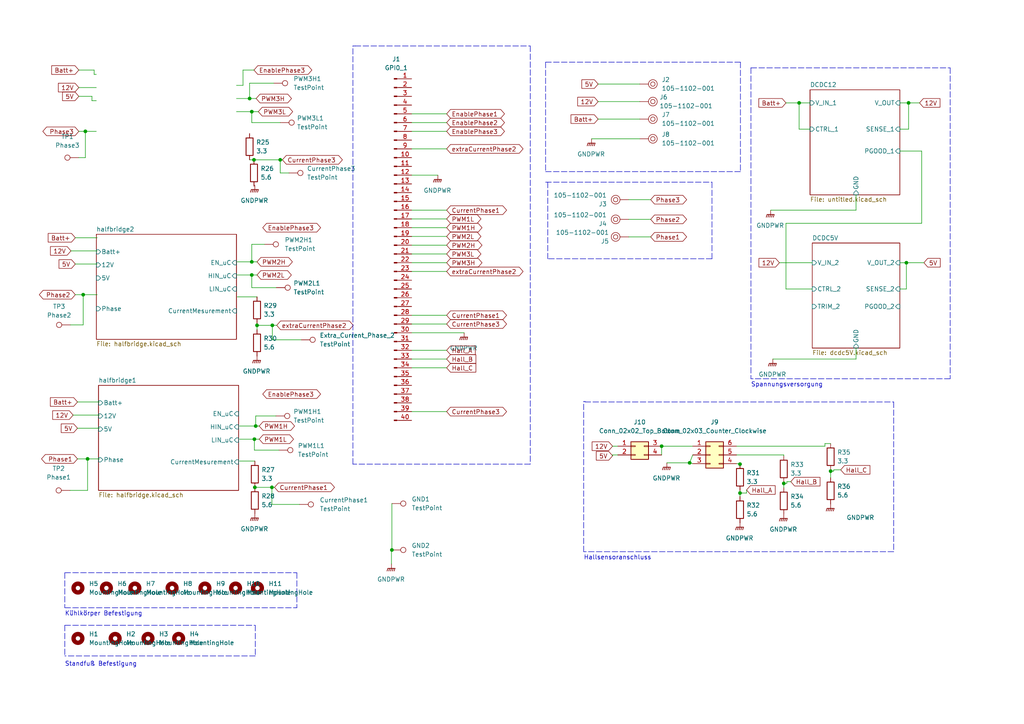
<source format=kicad_sch>
(kicad_sch (version 20211123) (generator eeschema)
  (paper "A4")
  (lib_symbols
    (symbol "Connector:Conn_01x40_Male" (pin_names (offset 1.016) hide)
      (property "Reference" "J" (at 0 50.8 0))
      (property "Value" "Conn_01x40_Male" (at 0 -53.34 0))
      (symbol "Conn_01x40_Male_1_1"
        (pin passive line (at 5.08 48.26 180) (length 3.81) (name "Pin_1") (number "1"))
        (pin passive line (at 5.08 25.4 180) (length 3.81) (name "Pin_10") (number "10"))
        (pin passive line (at 5.08 22.86 180) (length 3.81) (name "Pin_11") (number "11"))
        (pin passive line (at 5.08 20.32 180) (length 3.81) (name "Pin_12") (number "12"))
        (pin passive line (at 5.08 17.78 180) (length 3.81) (name "Pin_13") (number "13"))
        (pin passive line (at 5.08 15.24 180) (length 3.81) (name "Pin_14") (number "14"))
        (pin passive line (at 5.08 12.7 180) (length 3.81) (name "Pin_15") (number "15"))
        (pin passive line (at 5.08 10.16 180) (length 3.81) (name "Pin_16") (number "16"))
        (pin passive line (at 5.08 7.62 180) (length 3.81) (name "Pin_17") (number "17"))
        (pin passive line (at 5.08 5.08 180) (length 3.81) (name "Pin_18") (number "18"))
        (pin passive line (at 5.08 2.54 180) (length 3.81) (name "Pin_19") (number "19"))
        (pin passive line (at 5.08 45.72 180) (length 3.81) (name "Pin_2") (number "2"))
        (pin passive line (at 5.08 0 180) (length 3.81) (name "Pin_20") (number "20"))
        (pin passive line (at 5.08 -2.54 180) (length 3.81) (name "Pin_21") (number "21"))
        (pin passive line (at 5.08 -5.08 180) (length 3.81) (name "Pin_22") (number "22"))
        (pin passive line (at 5.08 -7.62 180) (length 3.81) (name "Pin_23") (number "23"))
        (pin passive line (at 5.08 -10.16 180) (length 3.81) (name "Pin_24") (number "24"))
        (pin passive line (at 5.08 -12.7 180) (length 3.81) (name "Pin_25") (number "25"))
        (pin passive line (at 5.08 -15.24 180) (length 3.81) (name "Pin_26") (number "26"))
        (pin passive line (at 5.08 -17.78 180) (length 3.81) (name "Pin_27") (number "27"))
        (pin passive line (at 5.08 -20.32 180) (length 3.81) (name "Pin_28") (number "28"))
        (pin passive line (at 5.08 -22.86 180) (length 3.81) (name "Pin_29") (number "29"))
        (pin passive line (at 5.08 43.18 180) (length 3.81) (name "Pin_3") (number "3"))
        (pin passive line (at 5.08 -25.4 180) (length 3.81) (name "Pin_30") (number "30"))
        (pin passive line (at 5.08 -27.94 180) (length 3.81) (name "Pin_31") (number "31"))
        (pin passive line (at 5.08 -30.48 180) (length 3.81) (name "Pin_32") (number "32"))
        (pin passive line (at 5.08 -33.02 180) (length 3.81) (name "Pin_33") (number "33"))
        (pin passive line (at 5.08 -35.56 180) (length 3.81) (name "Pin_34") (number "34"))
        (pin passive line (at 5.08 -38.1 180) (length 3.81) (name "Pin_35") (number "35"))
        (pin passive line (at 5.08 -40.64 180) (length 3.81) (name "Pin_36") (number "36"))
        (pin passive line (at 5.08 -43.18 180) (length 3.81) (name "Pin_37") (number "37"))
        (pin passive line (at 5.08 -45.72 180) (length 3.81) (name "Pin_38") (number "38"))
        (pin passive line (at 5.08 -48.26 180) (length 3.81) (name "Pin_39") (number "39"))
        (pin passive line (at 5.08 40.64 180) (length 3.81) (name "Pin_4") (number "4"))
        (pin passive line (at 5.08 -50.8 180) (length 3.81) (name "Pin_40") (number "40"))
        (pin passive line (at 5.08 38.1 180) (length 3.81) (name "Pin_5") (number "5"))
        (pin passive line (at 5.08 35.56 180) (length 3.81) (name "Pin_6") (number "6"))
        (pin passive line (at 5.08 33.02 180) (length 3.81) (name "Pin_7") (number "7"))
        (pin passive line (at 5.08 30.48 180) (length 3.81) (name "Pin_8") (number "8"))
        (pin passive line (at 5.08 27.94 180) (length 3.81) (name "Pin_9") (number "9"))
      )
    )
    (symbol "Connector:TestPoint" (pin_numbers hide) (pin_names (offset 0.762) hide)
      (property "Reference" "TP" (at 0 6.858 0))
      (property "Value" "TestPoint" (at 0 5.08 0))
      (symbol "TestPoint_1_1"
        (pin passive line (at 0 0 90) (length 2.54) (name "1") (number "1"))
      )
    )
    (symbol "Connector_Generic:Conn_02x02_Top_Bottom" (pin_names (offset 1.016) hide)
      (property "Reference" "J" (at 1.27 2.54 0))
      (property "Value" "Conn_02x02_Top_Bottom" (at 1.27 -5.08 0))
      (symbol "Conn_02x02_Top_Bottom_1_1"
        (pin passive line (at -5.08 0 0) (length 3.81) (name "Pin_1") (number "1"))
        (pin passive line (at -5.08 -2.54 0) (length 3.81) (name "Pin_2") (number "2"))
        (pin passive line (at 7.62 0 180) (length 3.81) (name "Pin_3") (number "3"))
        (pin passive line (at 7.62 -2.54 180) (length 3.81) (name "Pin_4") (number "4"))
      )
    )
    (symbol "Connector_Generic:Conn_02x03_Counter_Clockwise" (pin_names (offset 1.016) hide)
      (property "Reference" "J" (at 1.27 5.08 0))
      (property "Value" "Conn_02x03_Counter_Clockwise" (at 1.27 -5.08 0))
      (symbol "Conn_02x03_Counter_Clockwise_1_1"
        (pin passive line (at -5.08 2.54 0) (length 3.81) (name "Pin_1") (number "1"))
        (pin passive line (at -5.08 0 0) (length 3.81) (name "Pin_2") (number "2"))
        (pin passive line (at -5.08 -2.54 0) (length 3.81) (name "Pin_3") (number "3"))
        (pin passive line (at 7.62 -2.54 180) (length 3.81) (name "Pin_4") (number "4"))
        (pin passive line (at 7.62 0 180) (length 3.81) (name "Pin_5") (number "5"))
        (pin passive line (at 7.62 2.54 180) (length 3.81) (name "Pin_6") (number "6"))
      )
    )
    (symbol "Device:R" (pin_numbers hide) (pin_names (offset 0))
      (property "Reference" "R" (at 2.032 0 90))
      (property "Value" "R" (at 0 0 90))
      (symbol "R_1_1"
        (pin passive line (at 0 3.81 270) (length 1.27) (name "~") (number "1"))
        (pin passive line (at 0 -3.81 90) (length 1.27) (name "~") (number "2"))
      )
    )
    (symbol "Mechanical:MountingHole" (pin_names (offset 1.016))
      (property "Reference" "H" (at 0 5.08 0))
      (property "Value" "MountingHole" (at 0 3.175 0))
    )
    (symbol "dk_Banana-and-Tip-Connectors-Jacks-Plugs:105-1102-001" (pin_numbers hide) (pin_names (offset 1.016) hide)
      (property "Reference" "J" (at -1.27 1.27 0))
      (property "Value" "105-1102-001" (at 1.27 -2.54 0))
      (symbol "105-1102-001_1_1"
        (pin passive line (at 0 -3.81 90) (length 2.54) (name "~") (number "1"))
      )
    )
    (symbol "power:GNDPWR" (power) (pin_names (offset 0))
      (property "Value" "GNDPWR" (at 0 -3.302 0))
      (symbol "GNDPWR_1_1"
        (pin power_in line (at 0 0 270) (length 0) hide (name "GNDPWR") (number "1"))
      )
    )
  )
  (junction (at 214.63 143.002))
  (junction (at 74.549 94.361))
  (junction (at 73.025 32.385))
  (junction (at 262.89 76.2))
  (junction (at 78.867 141.351))
  (junction (at 78.994 94.361))
  (junction (at 73.787 127.381))
  (junction (at 200.025 134.239))
  (junction (at 73.914 141.351))
  (junction (at 72.39 28.575))
  (junction (at 73.025 75.946))
  (junction (at 191.897 129.413))
  (junction (at 113.665 159.512))
  (junction (at 24.13 85.471))
  (junction (at 214.63 134.62))
  (junction (at 74.168 123.571))
  (junction (at 231.775 29.845))
  (junction (at 240.919 136.652))
  (junction (at 263.525 29.845))
  (junction (at 73.025 79.756))
  (junction (at 81.28 46.355))
  (junction (at 73.66 46.355))
  (junction (at 25.4 133.096))
  (junction (at 227.33 140.208))
  (junction (at 24.765 38.1))
  (wire (pts (xy 119.38 66.04) (xy 129.54 66.04)))
  (polyline (pts (xy 158.877 52.832) (xy 158.877 75.057)))
  (polyline (pts (xy 259.207 160.02) (xy 169.291 160.02)))
  (wire (pts (xy 22.86 38.1) (xy 24.765 38.1)))
  (wire (pts (xy 69.469 127.381) (xy 73.787 127.381)))
  (wire (pts (xy 78.867 141.351) (xy 78.867 146.304)))
  (wire (pts (xy 81.28 46.355) (xy 81.915 46.355)))
  (wire (pts (xy 226.06 76.2) (xy 235.585 76.2)))
  (wire (pts (xy 68.834 75.946) (xy 73.025 75.946)))
  (polyline (pts (xy 217.805 19.685) (xy 275.59 19.685)))
  (wire (pts (xy 73.025 32.385) (xy 74.93 32.385)))
  (wire (pts (xy 73.025 75.946) (xy 74.549 75.946)))
  (polyline (pts (xy 206.502 75.057) (xy 158.877 75.057)))
  (wire (pts (xy 73.914 141.351) (xy 78.867 141.351)))
  (wire (pts (xy 78.994 98.552) (xy 87.376 98.552)))
  (polyline (pts (xy 217.805 19.685) (xy 217.805 109.855)))
  (polyline (pts (xy 74.041 181.356) (xy 74.041 190.246)))
  (polyline (pts (xy 86.106 166.116) (xy 86.106 176.276)))
  (wire (pts (xy 21.844 76.581) (xy 28.194 76.581)))
  (polyline (pts (xy 259.207 116.586) (xy 259.207 160.02)))
  (polyline (pts (xy 18.796 181.356) (xy 18.796 190.246)))
  (wire (pts (xy 119.38 104.14) (xy 129.54 104.14)))
  (wire (pts (xy 119.38 78.74) (xy 129.54 78.74)))
  (wire (pts (xy 22.86 25.4) (xy 27.94 25.4)))
  (wire (pts (xy 22.479 116.586) (xy 28.829 116.586)))
  (wire (pts (xy 74.549 94.361) (xy 74.549 95.631)))
  (wire (pts (xy 216.535 142.113) (xy 216.535 143.002)))
  (wire (pts (xy 78.867 146.304) (xy 86.868 146.304)))
  (wire (pts (xy 119.38 68.58) (xy 129.54 68.58)))
  (wire (pts (xy 69.469 123.571) (xy 74.168 123.571)))
  (polyline (pts (xy 158.242 18.034) (xy 214.757 18.034)))
  (polyline (pts (xy 102.362 134.62) (xy 102.362 13.335)))
  (wire (pts (xy 113.538 159.512) (xy 113.665 159.512)))
  (wire (pts (xy 227.33 140.208) (xy 227.33 141.478)))
  (wire (pts (xy 213.614 134.493) (xy 214.63 134.493)))
  (wire (pts (xy 80.137 83.439) (xy 73.025 83.439)))
  (wire (pts (xy 78.867 141.351) (xy 79.629 141.351)))
  (wire (pts (xy 73.025 75.946) (xy 73.025 70.866)))
  (wire (pts (xy 21.844 85.471) (xy 24.13 85.471)))
  (polyline (pts (xy 214.757 49.784) (xy 158.242 49.784)))
  (wire (pts (xy 70.485 20.32) (xy 73.66 20.32)))
  (wire (pts (xy 260.985 37.465) (xy 263.525 37.465)))
  (wire (pts (xy 119.38 91.44) (xy 129.54 91.44)))
  (wire (pts (xy 214.63 134.493) (xy 214.63 134.62)))
  (wire (pts (xy 182.372 57.912) (xy 188.722 57.912)))
  (polyline (pts (xy 275.59 109.855) (xy 217.805 109.855)))
  (wire (pts (xy 179.197 131.953) (xy 177.673 131.953)))
  (wire (pts (xy 20.32 142.24) (xy 25.4 142.24)))
  (wire (pts (xy 22.86 27.94) (xy 26.67 27.94)))
  (polyline (pts (xy 169.291 160.02) (xy 169.291 116.459)))
  (wire (pts (xy 200.914 131.953) (xy 200.025 134.239)))
  (wire (pts (xy 191.897 129.413) (xy 200.914 129.413)))
  (wire (pts (xy 119.38 76.2) (xy 129.54 76.2)))
  (wire (pts (xy 213.614 129.413) (xy 239.268 129.413)))
  (polyline (pts (xy 158.242 52.832) (xy 206.502 52.832)))
  (wire (pts (xy 224.155 104.14) (xy 248.285 104.14)))
  (wire (pts (xy 83.82 50.165) (xy 81.28 50.165)))
  (wire (pts (xy 113.665 146.05) (xy 113.665 159.512)))
  (polyline (pts (xy 18.796 166.116) (xy 86.106 166.116)))
  (wire (pts (xy 78.994 94.361) (xy 78.994 98.552)))
  (wire (pts (xy 73.025 79.756) (xy 74.549 79.756)))
  (wire (pts (xy 26.67 27.94) (xy 26.67 29.21)))
  (wire (pts (xy 27.305 20.32) (xy 27.305 21.59)))
  (wire (pts (xy 213.614 131.953) (xy 227.33 131.953)))
  (wire (pts (xy 25.4 142.24) (xy 25.4 133.096)))
  (wire (pts (xy 68.834 79.756) (xy 73.025 79.756)))
  (wire (pts (xy 191.897 129.413) (xy 191.897 131.953)))
  (wire (pts (xy 80.899 130.556) (xy 73.787 130.556)))
  (polyline (pts (xy 18.796 166.116) (xy 18.796 176.276)))
  (wire (pts (xy 25.4 133.096) (xy 28.829 133.096)))
  (wire (pts (xy 74.168 123.571) (xy 74.168 120.65)))
  (wire (pts (xy 227.33 139.827) (xy 227.33 140.208)))
  (wire (pts (xy 260.985 76.2) (xy 262.89 76.2)))
  (wire (pts (xy 119.38 35.56) (xy 129.54 35.56)))
  (wire (pts (xy 263.525 29.845) (xy 266.7 29.845)))
  (wire (pts (xy 119.38 119.38) (xy 129.54 119.38)))
  (wire (pts (xy 119.38 101.6) (xy 129.54 101.6)))
  (polyline (pts (xy 74.041 190.246) (xy 18.796 190.246)))
  (polyline (pts (xy 169.672 116.586) (xy 259.207 116.586)))
  (wire (pts (xy 240.919 136.271) (xy 240.919 136.652)))
  (wire (pts (xy 239.268 129.413) (xy 239.268 128.651)))
  (wire (pts (xy 119.38 71.12) (xy 129.54 71.12)))
  (wire (pts (xy 119.38 93.98) (xy 129.54 93.98)))
  (wire (pts (xy 227.33 131.953) (xy 227.33 132.207)))
  (wire (pts (xy 119.38 63.5) (xy 129.54 63.5)))
  (wire (pts (xy 68.58 24.765) (xy 70.485 24.765)))
  (wire (pts (xy 200.025 134.239) (xy 200.914 134.493)))
  (wire (pts (xy 81.28 35.56) (xy 73.025 35.56)))
  (wire (pts (xy 239.268 128.651) (xy 240.919 128.651)))
  (wire (pts (xy 68.58 32.385) (xy 73.025 32.385)))
  (wire (pts (xy 22.86 20.32) (xy 27.305 20.32)))
  (wire (pts (xy 241.808 136.271) (xy 241.808 136.652)))
  (wire (pts (xy 234.95 37.465) (xy 231.775 37.465)))
  (wire (pts (xy 20.574 72.771) (xy 28.194 72.771)))
  (wire (pts (xy 119.38 50.8) (xy 127 50.8)))
  (polyline (pts (xy 214.757 18.034) (xy 214.757 49.784)))
  (wire (pts (xy 68.834 86.106) (xy 74.549 86.106)))
  (polyline (pts (xy 153.797 13.335) (xy 153.797 134.62)))
  (wire (pts (xy 173.482 24.384) (xy 185.547 24.384)))
  (wire (pts (xy 119.38 106.68) (xy 129.54 106.68)))
  (polyline (pts (xy 275.59 19.685) (xy 275.59 109.855)))
  (wire (pts (xy 70.485 24.765) (xy 70.485 20.32)))
  (wire (pts (xy 74.549 94.361) (xy 78.994 94.361)))
  (polyline (pts (xy 169.291 116.459) (xy 169.799 116.459)))
  (wire (pts (xy 113.538 163.576) (xy 113.538 159.512)))
  (wire (pts (xy 119.38 60.96) (xy 129.54 60.96)))
  (polyline (pts (xy 206.502 52.832) (xy 206.502 75.057)))
  (wire (pts (xy 22.479 124.206) (xy 28.829 124.206)))
  (wire (pts (xy 227.965 64.77) (xy 227.965 83.82)))
  (wire (pts (xy 177.673 129.413) (xy 179.197 129.413)))
  (wire (pts (xy 24.13 94.234) (xy 24.13 85.471)))
  (wire (pts (xy 260.985 43.815) (xy 267.335 43.815)))
  (wire (pts (xy 21.844 68.961) (xy 28.194 68.961)))
  (wire (pts (xy 78.994 94.361) (xy 80.264 94.361)))
  (wire (pts (xy 182.372 63.627) (xy 188.722 63.627)))
  (wire (pts (xy 229.362 139.7) (xy 228.219 139.7)))
  (wire (pts (xy 231.775 29.845) (xy 234.95 29.845)))
  (wire (pts (xy 267.335 43.815) (xy 267.335 64.77)))
  (wire (pts (xy 231.775 37.465) (xy 231.775 29.845)))
  (wire (pts (xy 81.28 50.165) (xy 81.28 46.355)))
  (wire (pts (xy 260.985 29.845) (xy 263.525 29.845)))
  (wire (pts (xy 27.305 21.59) (xy 27.94 21.59)))
  (wire (pts (xy 20.447 94.234) (xy 24.13 94.234)))
  (wire (pts (xy 73.787 127.381) (xy 75.184 127.381)))
  (wire (pts (xy 228.219 139.7) (xy 228.219 140.208)))
  (wire (pts (xy 262.89 76.2) (xy 267.97 76.2)))
  (wire (pts (xy 72.39 46.355) (xy 73.66 46.355)))
  (polyline (pts (xy 158.242 18.034) (xy 158.242 49.784)))
  (wire (pts (xy 248.285 56.515) (xy 248.285 60.96)))
  (wire (pts (xy 243.84 136.271) (xy 241.808 136.271)))
  (wire (pts (xy 72.39 28.575) (xy 74.295 28.575)))
  (wire (pts (xy 22.479 133.096) (xy 25.4 133.096)))
  (wire (pts (xy 73.787 130.556) (xy 73.787 127.381)))
  (wire (pts (xy 241.808 136.652) (xy 240.919 136.652)))
  (wire (pts (xy 263.525 37.465) (xy 263.525 29.845)))
  (wire (pts (xy 227.965 29.845) (xy 231.775 29.845)))
  (wire (pts (xy 119.38 73.66) (xy 129.54 73.66)))
  (wire (pts (xy 73.66 46.355) (xy 81.28 46.355)))
  (wire (pts (xy 119.38 33.02) (xy 129.54 33.02)))
  (wire (pts (xy 26.67 29.21) (xy 27.94 29.21)))
  (wire (pts (xy 119.38 43.18) (xy 129.54 43.18)))
  (wire (pts (xy 227.965 83.82) (xy 235.585 83.82)))
  (wire (pts (xy 262.89 83.82) (xy 262.89 76.2)))
  (wire (pts (xy 21.209 120.396) (xy 28.829 120.396)))
  (wire (pts (xy 73.025 70.866) (xy 76.708 70.866)))
  (polyline (pts (xy 18.796 181.356) (xy 74.041 181.356)))
  (wire (pts (xy 72.39 24.13) (xy 72.39 28.575)))
  (wire (pts (xy 171.577 40.259) (xy 185.547 40.259)))
  (wire (pts (xy 73.025 35.56) (xy 73.025 32.385)))
  (wire (pts (xy 68.58 28.575) (xy 72.39 28.575)))
  (wire (pts (xy 214.63 143.002) (xy 214.63 144.018)))
  (polyline (pts (xy 102.997 13.335) (xy 153.797 13.335)))
  (wire (pts (xy 193.421 134.239) (xy 200.025 134.239)))
  (wire (pts (xy 223.52 60.96) (xy 248.285 60.96)))
  (wire (pts (xy 228.219 140.208) (xy 227.33 140.208)))
  (wire (pts (xy 119.38 96.52) (xy 134.62 96.52)))
  (wire (pts (xy 24.765 38.1) (xy 27.94 38.1)))
  (wire (pts (xy 182.372 68.707) (xy 188.722 68.707)))
  (wire (pts (xy 216.535 143.002) (xy 214.63 143.002)))
  (polyline (pts (xy 102.362 13.335) (xy 102.997 13.335)))
  (wire (pts (xy 24.765 45.72) (xy 24.765 38.1)))
  (wire (pts (xy 267.335 64.77) (xy 227.965 64.77)))
  (wire (pts (xy 214.63 142.24) (xy 214.63 143.002)))
  (wire (pts (xy 72.39 24.13) (xy 79.375 24.13)))
  (wire (pts (xy 22.86 45.72) (xy 24.765 45.72)))
  (wire (pts (xy 119.38 38.1) (xy 129.54 38.1)))
  (polyline (pts (xy 18.796 176.276) (xy 86.106 176.276)))
  (wire (pts (xy 173.482 29.464) (xy 185.547 29.464)))
  (wire (pts (xy 177.673 131.953) (xy 177.673 132.207)))
  (wire (pts (xy 240.919 136.652) (xy 240.919 138.557)))
  (wire (pts (xy 69.469 133.731) (xy 73.914 133.731)))
  (wire (pts (xy 173.482 34.544) (xy 185.547 34.544)))
  (wire (pts (xy 260.985 83.82) (xy 262.89 83.82)))
  (wire (pts (xy 74.549 93.726) (xy 74.549 94.361)))
  (wire (pts (xy 24.13 85.471) (xy 28.194 85.471)))
  (wire (pts (xy 74.168 123.571) (xy 75.184 123.571)))
  (wire (pts (xy 248.285 100.965) (xy 248.285 104.14)))
  (wire (pts (xy 73.025 83.439) (xy 73.025 79.756)))
  (wire (pts (xy 74.168 120.65) (xy 80.01 120.65)))
  (polyline (pts (xy 153.797 134.62) (xy 102.362 134.62)))
  (text "Kühlkörper Befestigung" (at 18.796 178.816 0) (effects (font (size 1.27 1.27)) (justify left bottom)))
  (text "Spannungsversorgung" (at 217.805 112.395 0) (effects (font (size 1.27 1.27)) (justify left bottom)))
  (text "Standfuß Befestigung" (at 18.796 193.421 0) (effects (font (size 1.27 1.27)) (justify left bottom)))
  (text "Hallsensoranschluss" (at 169.291 162.56 0) (effects (font (size 1.27 1.27)) (justify left bottom)))
  (global_label "EnablePhase2" (shape bidirectional) (at 129.54 35.56 0) (property "Intersheet References" "${INTERSHEET_REFS}" (effects hide)))
  (global_label "PWM3L" (shape bidirectional) (at 129.54 73.66 0) (property "Intersheet References" "${INTERSHEET_REFS}" (effects hide)))
  (global_label "Hall_C" (shape input) (at 243.84 136.271 0) (property "Intersheet References" "${INTERSHEET_REFS}" (effects hide)))
  (global_label "5V" (shape input) (at 173.482 24.384 180) (property "Intersheet References" "${INTERSHEET_REFS}" (effects hide)))
  (global_label "12V" (shape input) (at 173.482 29.464 180) (property "Intersheet References" "${INTERSHEET_REFS}" (effects hide)))
  (global_label "12V" (shape input) (at 21.209 120.396 180) (property "Intersheet References" "${INTERSHEET_REFS}" (effects hide)))
  (global_label "Phase2" (shape bidirectional) (at 188.722 63.627 0) (property "Intersheet References" "${INTERSHEET_REFS}" (effects hide)))
  (global_label "Hall_C" (shape input) (at 129.54 106.68 0) (property "Intersheet References" "${INTERSHEET_REFS}" (effects hide)))
  (global_label "PWM1L" (shape bidirectional) (at 75.184 127.381 0) (property "Intersheet References" "${INTERSHEET_REFS}" (effects hide)))
  (global_label "PWM1H" (shape bidirectional) (at 75.184 123.571 0) (property "Intersheet References" "${INTERSHEET_REFS}" (effects hide)))
  (global_label "CurrentPhase1" (shape bidirectional) (at 129.54 60.96 0) (property "Intersheet References" "${INTERSHEET_REFS}" (effects hide)))
  (global_label "EnablePhase3" (shape bidirectional) (at 76.2 66.04 0) (property "Intersheet References" "${INTERSHEET_REFS}" (effects hide)))
  (global_label "5V" (shape input) (at 22.479 124.206 180) (property "Intersheet References" "${INTERSHEET_REFS}" (effects hide)))
  (global_label "Batt+" (shape input) (at 173.482 34.544 180) (property "Intersheet References" "${INTERSHEET_REFS}" (effects hide)))
  (global_label "5V" (shape input) (at 21.844 76.581 180) (property "Intersheet References" "${INTERSHEET_REFS}" (effects hide)))
  (global_label "EnablePhase3" (shape bidirectional) (at 76.2 114.3 0) (property "Intersheet References" "${INTERSHEET_REFS}" (effects hide)))
  (global_label "extraCurrentPhase2" (shape bidirectional) (at 129.54 43.18 0) (property "Intersheet References" "${INTERSHEET_REFS}" (effects hide)))
  (global_label "12V" (shape input) (at 177.673 129.413 180) (property "Intersheet References" "${INTERSHEET_REFS}" (effects hide)))
  (global_label "Phase2" (shape bidirectional) (at 21.844 85.471 180) (property "Intersheet References" "${INTERSHEET_REFS}" (effects hide)))
  (global_label "CurrentPhase1" (shape bidirectional) (at 79.629 141.351 0) (property "Intersheet References" "${INTERSHEET_REFS}" (effects hide)))
  (global_label "PWM1L" (shape bidirectional) (at 129.54 63.5 0) (property "Intersheet References" "${INTERSHEET_REFS}" (effects hide)))
  (global_label "Hall_B" (shape input) (at 229.362 139.7 0) (property "Intersheet References" "${INTERSHEET_REFS}" (effects hide)))
  (global_label "PWM3H" (shape bidirectional) (at 129.54 76.2 0) (property "Intersheet References" "${INTERSHEET_REFS}" (effects hide)))
  (global_label "Batt+" (shape input) (at 22.479 116.586 180) (property "Intersheet References" "${INTERSHEET_REFS}" (effects hide)))
  (global_label "extraCurrentPhase2" (shape bidirectional) (at 80.264 94.361 0) (property "Intersheet References" "${INTERSHEET_REFS}" (effects hide)))
  (global_label "CurrentPhase1" (shape bidirectional) (at 129.54 91.44 0) (property "Intersheet References" "${INTERSHEET_REFS}" (effects hide)))
  (global_label "CurrentPhase3" (shape bidirectional) (at 81.915 46.355 0) (property "Intersheet References" "${INTERSHEET_REFS}" (effects hide)))
  (global_label "PWM2H" (shape bidirectional) (at 129.54 71.12 0) (property "Intersheet References" "${INTERSHEET_REFS}" (effects hide)))
  (global_label "Phase1" (shape bidirectional) (at 22.479 133.096 180) (property "Intersheet References" "${INTERSHEET_REFS}" (effects hide)))
  (global_label "Phase1" (shape bidirectional) (at 188.722 68.707 0) (property "Intersheet References" "${INTERSHEET_REFS}" (effects hide)))
  (global_label "PWM2L" (shape bidirectional) (at 129.54 68.58 0) (property "Intersheet References" "${INTERSHEET_REFS}" (effects hide)))
  (global_label "EnablePhase3" (shape bidirectional) (at 73.66 20.32 0) (property "Intersheet References" "${INTERSHEET_REFS}" (effects hide)))
  (global_label "5V" (shape input) (at 177.673 132.207 180) (property "Intersheet References" "${INTERSHEET_REFS}" (effects hide)))
  (global_label "EnablePhase3" (shape bidirectional) (at 129.54 38.1 0) (property "Intersheet References" "${INTERSHEET_REFS}" (effects hide)))
  (global_label "PWM2L" (shape bidirectional) (at 74.549 79.756 0) (property "Intersheet References" "${INTERSHEET_REFS}" (effects hide)))
  (global_label "CurrentPhase3" (shape bidirectional) (at 129.54 119.38 0) (property "Intersheet References" "${INTERSHEET_REFS}" (effects hide)))
  (global_label "12V" (shape input) (at 266.7 29.845 0) (property "Intersheet References" "${INTERSHEET_REFS}" (effects hide)))
  (global_label "12V" (shape input) (at 226.06 76.2 180) (property "Intersheet References" "${INTERSHEET_REFS}" (effects hide)))
  (global_label "Hall_A" (shape input) (at 129.54 101.6 0) (property "Intersheet References" "${INTERSHEET_REFS}" (effects hide)))
  (global_label "PWM3H" (shape bidirectional) (at 74.295 28.575 0) (property "Intersheet References" "${INTERSHEET_REFS}" (effects hide)))
  (global_label "Phase3" (shape bidirectional) (at 188.722 57.912 0) (property "Intersheet References" "${INTERSHEET_REFS}" (effects hide)))
  (global_label "PWM1H" (shape bidirectional) (at 129.54 66.04 0) (property "Intersheet References" "${INTERSHEET_REFS}" (effects hide)))
  (global_label "Batt+" (shape input) (at 22.86 20.32 180) (property "Intersheet References" "${INTERSHEET_REFS}" (effects hide)))
  (global_label "Hall_A" (shape input) (at 216.535 142.113 0) (property "Intersheet References" "${INTERSHEET_REFS}" (effects hide)))
  (global_label "CurrentPhase3" (shape bidirectional) (at 129.54 93.98 0) (property "Intersheet References" "${INTERSHEET_REFS}" (effects hide)))
  (global_label "Hall_B" (shape input) (at 129.54 104.14 0) (property "Intersheet References" "${INTERSHEET_REFS}" (effects hide)))
  (global_label "Phase3" (shape bidirectional) (at 22.86 38.1 180) (property "Intersheet References" "${INTERSHEET_REFS}" (effects hide)))
  (global_label "EnablePhase1" (shape bidirectional) (at 129.54 33.02 0) (property "Intersheet References" "${INTERSHEET_REFS}" (effects hide)))
  (global_label "PWM3L" (shape bidirectional) (at 74.93 32.385 0) (property "Intersheet References" "${INTERSHEET_REFS}" (effects hide)))
  (global_label "Batt+" (shape input) (at 227.965 29.845 180) (property "Intersheet References" "${INTERSHEET_REFS}" (effects hide)))
  (global_label "5V" (shape input) (at 22.86 27.94 180) (property "Intersheet References" "${INTERSHEET_REFS}" (effects hide)))
  (global_label "5V" (shape input) (at 267.97 76.2 0) (property "Intersheet References" "${INTERSHEET_REFS}" (effects hide)))
  (global_label "Batt+" (shape input) (at 21.844 68.961 180) (property "Intersheet References" "${INTERSHEET_REFS}" (effects hide)))
  (global_label "extraCurrentPhase2" (shape bidirectional) (at 129.54 78.74 0) (property "Intersheet References" "${INTERSHEET_REFS}" (effects hide)))
  (global_label "12V" (shape input) (at 22.86 25.4 180) (property "Intersheet References" "${INTERSHEET_REFS}" (effects hide)))
  (global_label "12V" (shape input) (at 20.574 72.771 180) (property "Intersheet References" "${INTERSHEET_REFS}" (effects hide)))
  (global_label "PWM2H" (shape bidirectional) (at 74.549 75.946 0) (property "Intersheet References" "${INTERSHEET_REFS}" (effects hide)))
  (symbol (lib_id "power:GNDPWR") (at 224.155 104.14 0) (unit 1)
    (property "Reference" "#PWR0103" (effects hide))
    (property "Value" "GNDPWR" (at 224.028 108.585 0))
  )
  (symbol (lib_id "Mechanical:MountingHole") (at 30.861 170.561 0) (unit 1)
    (property "Reference" "H6" (at 34.036 169.2909 0) (effects (justify left)))
    (property "Value" "MountingHole" (at 34.036 171.8309 0) (effects (justify left)))
    (property "Footprint" "MountingHole:MountingHole_2.2mm_M2_DIN965" (effects hide))
  )
  (symbol (lib_id "Device:R") (at 72.39 42.545 0) (unit 1)
    (property "Reference" "R25" (at 74.295 41.2749 0) (effects (justify left)))
    (property "Value" "3.3" (at 74.295 43.8149 0) (effects (justify left)))
    (property "Footprint" "Resistor_SMD:R_0805_2012Metric_Pad1.20x1.40mm_HandSolder" (effects hide))
    (property "Datasheet" "0.1%" (effects hide))
  )
  (symbol (lib_id "Device:R") (at 74.549 89.916 0) (unit 1)
    (property "Reference" "R29" (at 76.454 88.6459 0) (effects (justify left)))
    (property "Value" "3.3" (at 76.454 91.1859 0) (effects (justify left)))
    (property "Footprint" "Resistor_SMD:R_0805_2012Metric_Pad1.20x1.40mm_HandSolder" (effects hide))
    (property "Datasheet" "0,1%" (effects hide))
  )
  (symbol (lib_id "power:GNDPWR") (at 193.421 134.239 0) (unit 1)
    (property "Reference" "#PWR0113" (effects hide))
    (property "Value" "GNDPWR" (at 193.294 138.684 0))
  )
  (symbol (lib_id "Connector:TestPoint") (at 80.137 83.439 270) (unit 1)
    (property "Reference" "PWM2L1" (at 85.09 82.1689 90) (effects (justify left)))
    (property "Value" "TestPoint" (at 85.09 84.7089 90) (effects (justify left)))
    (property "Footprint" "TestPoint:TestPoint_THTPad_2.0x2.0mm_Drill1.0mm" (effects hide))
  )
  (symbol (lib_id "Mechanical:MountingHole") (at 51.816 185.166 0) (unit 1)
    (property "Reference" "H4" (at 54.991 183.8959 0) (effects (justify left)))
    (property "Value" "MountingHole" (at 54.991 186.4359 0) (effects (justify left)))
    (property "Footprint" "MountingHole:MountingHole_3.2mm_M3_DIN965" (effects hide))
  )
  (symbol (lib_id "Mechanical:MountingHole") (at 33.401 185.166 0) (unit 1)
    (property "Reference" "H2" (at 36.576 183.8959 0) (effects (justify left)))
    (property "Value" "MountingHole" (at 36.576 186.4359 0) (effects (justify left)))
    (property "Footprint" "MountingHole:MountingHole_3.2mm_M3_DIN965" (effects hide))
  )
  (symbol (lib_id "dk_Banana-and-Tip-Connectors-Jacks-Plugs:105-1102-001") (at 189.357 34.544 270) (unit 1)
    (property "Reference" "J7" (at 191.897 33.2739 90) (effects (justify left)))
    (property "Value" "105-1102-001" (at 191.897 35.8139 90) (effects (justify left)))
    (property "Footprint" "TerminalBlock_Wuerth:TerminalBlock_Wuerth_7461086" (effects hide))
    (property "Datasheet" "https://belfuse.com/resources/Johnson/drawings/dr-1051101001.pdf" (effects hide))
    (property "Digi-Key_PN" "J576-ND" (effects hide))
    (property "MPN" "105-1102-001" (effects hide))
    (property "Category" "Connectors, Interconnects" (effects hide))
    (property "Family" "Banana and Tip Connectors - Jacks, Plugs" (effects hide))
    (property "DK_Datasheet_Link" "https://belfuse.com/resources/Johnson/drawings/dr-1051101001.pdf" (effects hide))
    (property "DK_Detail_Page" "/product-detail/en/cinch-connectivity-solutions-johnson/105-1102-001/J576-ND/241121" (effects hide))
    (property "Description" "CONN TIP JACK SOLDER RED" (effects hide))
    (property "Manufacturer" "Cinch Connectivity Solutions Johnson" (effects hide))
    (property "Status" "Active" (effects hide))
  )
  (symbol (lib_id "dk_Banana-and-Tip-Connectors-Jacks-Plugs:105-1102-001") (at 178.562 57.912 90) (unit 1)
    (property "Reference" "J3" (at 176.022 59.1821 90) (effects (justify left)))
    (property "Value" "105-1102-001" (at 176.022 56.6421 90) (effects (justify left)))
    (property "Footprint" "TerminalBlock_Wuerth:TerminalBlock_Wuerth_7461086" (effects hide))
    (property "Datasheet" "https://belfuse.com/resources/Johnson/drawings/dr-1051101001.pdf" (effects hide))
    (property "Digi-Key_PN" "J576-ND" (effects hide))
    (property "MPN" "105-1102-001" (effects hide))
    (property "Category" "Connectors, Interconnects" (effects hide))
    (property "Family" "Banana and Tip Connectors - Jacks, Plugs" (effects hide))
    (property "DK_Datasheet_Link" "https://belfuse.com/resources/Johnson/drawings/dr-1051101001.pdf" (effects hide))
    (property "DK_Detail_Page" "/product-detail/en/cinch-connectivity-solutions-johnson/105-1102-001/J576-ND/241121" (effects hide))
    (property "Description" "CONN TIP JACK SOLDER RED" (effects hide))
    (property "Manufacturer" "Cinch Connectivity Solutions Johnson" (effects hide))
    (property "Status" "Active" (effects hide))
  )
  (symbol (lib_id "Mechanical:MountingHole") (at 22.606 170.561 0) (unit 1)
    (property "Reference" "H5" (at 25.781 169.2909 0) (effects (justify left)))
    (property "Value" "MountingHole" (at 25.781 171.8309 0) (effects (justify left)))
    (property "Footprint" "MountingHole:MountingHole_2.2mm_M2_DIN965" (effects hide))
  )
  (symbol (lib_id "Device:R") (at 227.33 136.017 0) (unit 1)
    (property "Reference" "R33" (at 229.235 134.7469 0) (effects (justify left)))
    (property "Value" "3.3" (at 229.235 137.2869 0) (effects (justify left)))
    (property "Footprint" "Resistor_SMD:R_0805_2012Metric_Pad1.20x1.40mm_HandSolder" (effects hide))
    (property "Datasheet" "0.1%" (effects hide))
  )
  (symbol (lib_id "Mechanical:MountingHole") (at 68.326 170.561 0) (unit 1)
    (property "Reference" "H10" (at 71.501 169.2909 0) (effects (justify left)))
    (property "Value" "MountingHole" (at 71.501 171.8309 0) (effects (justify left)))
    (property "Footprint" "MountingHole:MountingHole_2.2mm_M2_DIN965" (effects hide))
  )
  (symbol (lib_id "power:GNDPWR") (at 223.52 60.96 0) (unit 1)
    (property "Reference" "#PWR0104" (effects hide))
    (property "Value" "GNDPWR" (at 223.393 65.405 0))
  )
  (symbol (lib_id "Connector:TestPoint") (at 113.665 146.05 270) (unit 1)
    (property "Reference" "GND1" (at 119.38 144.7799 90) (effects (justify left)))
    (property "Value" "TestPoint" (at 119.38 147.3199 90) (effects (justify left)))
    (property "Footprint" "TestPoint:TestPoint_THTPad_2.0x2.0mm_Drill1.0mm" (effects hide))
  )
  (symbol (lib_id "Mechanical:MountingHole") (at 42.926 185.166 0) (unit 1)
    (property "Reference" "H3" (at 46.101 183.8959 0) (effects (justify left)))
    (property "Value" "MountingHole" (at 46.101 186.4359 0) (effects (justify left)))
    (property "Footprint" "MountingHole:MountingHole_3.2mm_M3_DIN965" (effects hide))
  )
  (symbol (lib_id "power:GNDPWR") (at 73.914 53.721 0) (unit 1)
    (property "Reference" "#PWR0112" (effects hide))
    (property "Value" "GNDPWR" (at 73.787 58.166 0))
  )
  (symbol (lib_id "Connector:TestPoint") (at 83.82 50.165 270) (unit 1)
    (property "Reference" "CurrentPhase3" (at 89.027 48.8949 90) (effects (justify left)))
    (property "Value" "TestPoint" (at 89.027 51.4349 90) (effects (justify left)))
    (property "Footprint" "TestPoint:TestPoint_THTPad_2.0x2.0mm_Drill1.0mm" (effects hide))
  )
  (symbol (lib_id "Device:R") (at 214.63 147.828 0) (unit 1)
    (property "Reference" "R32" (at 216.535 146.5579 0) (effects (justify left)))
    (property "Value" "5.6" (at 216.535 149.0979 0) (effects (justify left)))
    (property "Footprint" "Resistor_SMD:R_0805_2012Metric_Pad1.20x1.40mm_HandSolder" (effects hide))
    (property "Datasheet" "0.1%" (effects hide))
  )
  (symbol (lib_id "Connector:TestPoint") (at 86.868 146.304 270) (unit 1)
    (property "Reference" "CurrentPhase1" (at 92.71 145.0339 90) (effects (justify left)))
    (property "Value" "TestPoint" (at 92.71 147.5739 90) (effects (justify left)))
    (property "Footprint" "TestPoint:TestPoint_THTPad_2.0x2.0mm_Drill1.0mm" (effects hide))
  )
  (symbol (lib_id "Connector:TestPoint") (at 20.447 94.234 90) (unit 1)
    (property "Reference" "TP3" (at 17.145 88.9 90))
    (property "Value" "Phase2" (at 17.145 91.44 90))
    (property "Footprint" "TestPoint:TestPoint_THTPad_2.0x2.0mm_Drill1.0mm" (effects hide))
  )
  (symbol (lib_id "power:GNDPWR") (at 127 50.8 0) (unit 1)
    (property "Reference" "#PWR0108" (effects hide))
    (property "Value" "GNDPWR" (at 126.873 55.245 0))
  )
  (symbol (lib_id "Mechanical:MountingHole") (at 49.911 170.561 0) (unit 1)
    (property "Reference" "H8" (at 53.086 169.2909 0) (effects (justify left)))
    (property "Value" "MountingHole" (at 53.086 171.8309 0) (effects (justify left)))
    (property "Footprint" "MountingHole:MountingHole_2.2mm_M2_DIN965" (effects hide))
  )
  (symbol (lib_id "Connector:TestPoint") (at 87.376 98.552 270) (unit 1)
    (property "Reference" "Extra_Current_Phase_2" (at 92.71 97.2819 90) (effects (justify left)))
    (property "Value" "TestPoint" (at 92.71 99.8219 90) (effects (justify left)))
    (property "Footprint" "TestPoint:TestPoint_THTPad_2.0x2.0mm_Drill1.0mm" (effects hide))
  )
  (symbol (lib_id "dk_Banana-and-Tip-Connectors-Jacks-Plugs:105-1102-001") (at 189.357 24.384 270) (unit 1)
    (property "Reference" "J2" (at 191.897 23.1139 90) (effects (justify left)))
    (property "Value" "105-1102-001" (at 191.897 25.6539 90) (effects (justify left)))
    (property "Footprint" "TerminalBlock_Wuerth:TerminalBlock_Wuerth_7461086" (effects hide))
    (property "Datasheet" "https://belfuse.com/resources/Johnson/drawings/dr-1051101001.pdf" (effects hide))
    (property "Digi-Key_PN" "J576-ND" (effects hide))
    (property "MPN" "105-1102-001" (effects hide))
    (property "Category" "Connectors, Interconnects" (effects hide))
    (property "Family" "Banana and Tip Connectors - Jacks, Plugs" (effects hide))
    (property "DK_Datasheet_Link" "https://belfuse.com/resources/Johnson/drawings/dr-1051101001.pdf" (effects hide))
    (property "DK_Detail_Page" "/product-detail/en/cinch-connectivity-solutions-johnson/105-1102-001/J576-ND/241121" (effects hide))
    (property "Description" "CONN TIP JACK SOLDER RED" (effects hide))
    (property "Manufacturer" "Cinch Connectivity Solutions Johnson" (effects hide))
    (property "Status" "Active" (effects hide))
  )
  (symbol (lib_id "power:GNDPWR") (at 74.549 103.251 0) (unit 1)
    (property "Reference" "#PWR0110" (effects hide))
    (property "Value" "GNDPWR" (at 74.422 107.696 0))
  )
  (symbol (lib_id "dk_Banana-and-Tip-Connectors-Jacks-Plugs:105-1102-001") (at 178.562 68.707 90) (unit 1)
    (property "Reference" "J5" (at 176.657 69.9771 90) (effects (justify left)))
    (property "Value" "105-1102-001" (at 176.657 67.4371 90) (effects (justify left)))
    (property "Footprint" "TerminalBlock_Wuerth:TerminalBlock_Wuerth_7461086" (effects hide))
    (property "Datasheet" "https://belfuse.com/resources/Johnson/drawings/dr-1051101001.pdf" (effects hide))
    (property "Digi-Key_PN" "J576-ND" (effects hide))
    (property "MPN" "105-1102-001" (effects hide))
    (property "Category" "Connectors, Interconnects" (effects hide))
    (property "Family" "Banana and Tip Connectors - Jacks, Plugs" (effects hide))
    (property "DK_Datasheet_Link" "https://belfuse.com/resources/Johnson/drawings/dr-1051101001.pdf" (effects hide))
    (property "DK_Detail_Page" "/product-detail/en/cinch-connectivity-solutions-johnson/105-1102-001/J576-ND/241121" (effects hide))
    (property "Description" "CONN TIP JACK SOLDER RED" (effects hide))
    (property "Manufacturer" "Cinch Connectivity Solutions Johnson" (effects hide))
    (property "Status" "Active" (effects hide))
  )
  (symbol (lib_id "Connector:TestPoint") (at 79.375 24.13 270) (unit 1)
    (property "Reference" "PWM3H1" (at 85.09 22.8599 90) (effects (justify left)))
    (property "Value" "TestPoint" (at 85.09 25.3999 90) (effects (justify left)))
    (property "Footprint" "TestPoint:TestPoint_THTPad_2.0x2.0mm_Drill1.0mm" (effects hide))
  )
  (symbol (lib_id "Connector:Conn_01x40_Male") (at 114.3 71.12 0) (unit 1)
    (property "Reference" "J1" (at 114.935 17.145 0))
    (property "Value" "GPI0_1" (at 114.935 19.685 0))
    (property "Footprint" "Connector_PinHeader_2.54mm:PinHeader_2x20_P2.54mm_Vertical" (effects hide))
  )
  (symbol (lib_id "Connector:TestPoint") (at 80.01 120.65 270) (unit 1)
    (property "Reference" "PWM1H1" (at 85.09 119.3799 90) (effects (justify left)))
    (property "Value" "TestPoint" (at 85.09 121.9199 90) (effects (justify left)))
    (property "Footprint" "TestPoint:TestPoint_THTPad_2.0x2.0mm_Drill1.0mm" (effects hide))
  )
  (symbol (lib_id "Connector:TestPoint") (at 20.32 142.24 90) (unit 1)
    (property "Reference" "TP2" (at 17.018 135.89 90))
    (property "Value" "Phase1" (at 17.018 138.43 90))
    (property "Footprint" "TestPoint:TestPoint_THTPad_2.0x2.0mm_Drill1.0mm" (effects hide))
  )
  (symbol (lib_id "Connector_Generic:Conn_02x03_Counter_Clockwise") (at 205.994 131.953 0) (unit 1)
    (property "Reference" "J9" (at 207.264 122.428 0))
    (property "Value" "Conn_02x03_Counter_Clockwise" (at 207.264 124.968 0))
    (property "Footprint" "Connector_PinHeader_2.54mm:PinHeader_2x03_P2.54mm_Vertical" (effects hide))
  )
  (symbol (lib_id "Mechanical:MountingHole") (at 59.436 170.561 0) (unit 1)
    (property "Reference" "H9" (at 62.611 169.2909 0) (effects (justify left)))
    (property "Value" "MountingHole" (at 62.611 171.8309 0) (effects (justify left)))
    (property "Footprint" "MountingHole:MountingHole_2.2mm_M2_DIN965" (effects hide))
  )
  (symbol (lib_id "Connector:TestPoint") (at 81.28 35.56 270) (unit 1)
    (property "Reference" "PWM3L1" (at 86.106 34.2899 90) (effects (justify left)))
    (property "Value" "TestPoint" (at 86.106 36.8299 90) (effects (justify left)))
    (property "Footprint" "TestPoint:TestPoint_THTPad_2.0x2.0mm_Drill1.0mm" (effects hide))
  )
  (symbol (lib_id "power:GNDPWR") (at 73.914 148.971 0) (unit 1)
    (property "Reference" "#PWR0111" (effects hide))
    (property "Value" "GNDPWR" (at 73.787 153.416 0))
  )
  (symbol (lib_id "Device:R") (at 227.33 145.288 0) (unit 1)
    (property "Reference" "R34" (at 229.235 144.0179 0) (effects (justify left)))
    (property "Value" "5.6" (at 229.235 146.5579 0) (effects (justify left)))
    (property "Footprint" "Resistor_SMD:R_0805_2012Metric_Pad1.20x1.40mm_HandSolder" (effects hide))
    (property "Datasheet" "0.1%" (effects hide))
  )
  (symbol (lib_id "dk_Banana-and-Tip-Connectors-Jacks-Plugs:105-1102-001") (at 189.357 40.259 270) (unit 1)
    (property "Reference" "J8" (at 191.897 38.9889 90) (effects (justify left)))
    (property "Value" "105-1102-001" (at 191.897 41.5289 90) (effects (justify left)))
    (property "Footprint" "TerminalBlock_Wuerth:TerminalBlock_Wuerth_7461086" (effects hide))
    (property "Datasheet" "https://belfuse.com/resources/Johnson/drawings/dr-1051101001.pdf" (effects hide))
    (property "Digi-Key_PN" "J576-ND" (effects hide))
    (property "MPN" "105-1102-001" (effects hide))
    (property "Category" "Connectors, Interconnects" (effects hide))
    (property "Family" "Banana and Tip Connectors - Jacks, Plugs" (effects hide))
    (property "DK_Datasheet_Link" "https://belfuse.com/resources/Johnson/drawings/dr-1051101001.pdf" (effects hide))
    (property "DK_Detail_Page" "/product-detail/en/cinch-connectivity-solutions-johnson/105-1102-001/J576-ND/241121" (effects hide))
    (property "Description" "CONN TIP JACK SOLDER RED" (effects hide))
    (property "Manufacturer" "Cinch Connectivity Solutions Johnson" (effects hide))
    (property "Status" "Active" (effects hide))
  )
  (symbol (lib_id "Device:R") (at 240.919 132.461 0) (unit 1)
    (property "Reference" "R35" (at 242.824 131.1909 0) (effects (justify left)))
    (property "Value" "3.3" (at 242.824 133.7309 0) (effects (justify left)))
    (property "Footprint" "Resistor_SMD:R_0805_2012Metric_Pad1.20x1.40mm_HandSolder" (effects hide))
    (property "Datasheet" "0.1%" (effects hide))
  )
  (symbol (lib_id "Mechanical:MountingHole") (at 39.116 170.561 0) (unit 1)
    (property "Reference" "H7" (at 42.291 169.2909 0) (effects (justify left)))
    (property "Value" "MountingHole" (at 42.291 171.8309 0) (effects (justify left)))
    (property "Footprint" "MountingHole:MountingHole_2.2mm_M2_DIN965" (effects hide))
  )
  (symbol (lib_id "Device:R") (at 73.66 50.165 0) (unit 1)
    (property "Reference" "R26" (at 75.565 48.8949 0) (effects (justify left)))
    (property "Value" "5.6" (at 75.565 51.4349 0) (effects (justify left)))
    (property "Footprint" "Resistor_SMD:R_0805_2012Metric_Pad1.20x1.40mm_HandSolder" (effects hide))
    (property "Datasheet" "0.1" (effects hide))
  )
  (symbol (lib_id "Device:R") (at 73.914 137.541 0) (unit 1)
    (property "Reference" "R27" (at 75.819 136.2709 0) (effects (justify left)))
    (property "Value" "3.3" (at 75.819 138.8109 0) (effects (justify left)))
    (property "Footprint" "Resistor_SMD:R_0805_2012Metric_Pad1.20x1.40mm_HandSolder" (effects hide))
    (property "Datasheet" "0.1%" (effects hide))
  )
  (symbol (lib_id "power:GNDPWR") (at 171.577 40.259 0) (unit 1)
    (property "Reference" "#PWR01" (effects hide))
    (property "Value" "GNDPWR" (at 171.45 44.704 0))
  )
  (symbol (lib_id "Connector_Generic:Conn_02x02_Top_Bottom") (at 184.277 129.413 0) (unit 1)
    (property "Reference" "J10" (at 185.547 122.428 0))
    (property "Value" "Conn_02x02_Top_Bottom" (at 185.547 124.968 0))
    (property "Footprint" "Connector_PinHeader_2.54mm:PinHeader_2x02_P2.54mm_Vertical" (effects hide))
  )
  (symbol (lib_id "power:GNDPWR") (at 240.919 146.177 0) (unit 1)
    (property "Reference" "#PWR017" (effects hide))
    (property "Value" "GNDPWR" (at 249.555 150.114 0))
  )
  (symbol (lib_id "Connector:TestPoint") (at 76.708 70.866 270) (unit 1)
    (property "Reference" "PWM2H1" (at 82.55 69.5959 90) (effects (justify left)))
    (property "Value" "TestPoint" (at 82.55 72.1359 90) (effects (justify left)))
    (property "Footprint" "TestPoint:TestPoint_THTPad_2.0x2.0mm_Drill1.0mm" (effects hide))
  )
  (symbol (lib_id "Device:R") (at 240.919 142.367 0) (unit 1)
    (property "Reference" "R36" (at 242.824 141.0969 0) (effects (justify left)))
    (property "Value" "5.6" (at 242.824 143.6369 0) (effects (justify left)))
    (property "Footprint" "Resistor_SMD:R_0805_2012Metric_Pad1.20x1.40mm_HandSolder" (effects hide))
    (property "Datasheet" "0.1%" (effects hide))
  )
  (symbol (lib_id "Connector:TestPoint") (at 22.86 45.72 90) (unit 1)
    (property "Reference" "TP1" (at 19.558 39.624 90))
    (property "Value" "Phase3" (at 19.558 42.164 90))
    (property "Footprint" "TestPoint:TestPoint_THTPad_2.0x2.0mm_Drill1.0mm" (effects hide))
  )
  (symbol (lib_id "Connector:TestPoint") (at 80.899 130.556 270) (unit 1)
    (property "Reference" "PWM1L1" (at 86.36 129.2859 90) (effects (justify left)))
    (property "Value" "TestPoint" (at 86.36 131.8259 90) (effects (justify left)))
    (property "Footprint" "TestPoint:TestPoint_THTPad_2.0x2.0mm_Drill1.0mm" (effects hide))
  )
  (symbol (lib_id "power:GNDPWR") (at 113.538 163.576 0) (unit 1)
    (property "Reference" "#PWR018" (effects hide))
    (property "Value" "GNDPWR" (at 113.411 168.021 0))
  )
  (symbol (lib_id "Device:R") (at 73.914 145.161 0) (unit 1)
    (property "Reference" "R28" (at 75.819 143.8909 0) (effects (justify left)))
    (property "Value" "5.6" (at 75.819 146.4309 0) (effects (justify left)))
    (property "Footprint" "Resistor_SMD:R_0805_2012Metric_Pad1.20x1.40mm_HandSolder" (effects hide))
    (property "Datasheet" "0.1%" (effects hide))
  )
  (symbol (lib_id "dk_Banana-and-Tip-Connectors-Jacks-Plugs:105-1102-001") (at 189.357 29.464 270) (unit 1)
    (property "Reference" "J6" (at 191.262 28.1939 90) (effects (justify left)))
    (property "Value" "105-1102-001" (at 191.262 30.7339 90) (effects (justify left)))
    (property "Footprint" "TerminalBlock_Wuerth:TerminalBlock_Wuerth_7461086" (effects hide))
    (property "Datasheet" "https://belfuse.com/resources/Johnson/drawings/dr-1051101001.pdf" (effects hide))
    (property "Digi-Key_PN" "J576-ND" (effects hide))
    (property "MPN" "105-1102-001" (effects hide))
    (property "Category" "Connectors, Interconnects" (effects hide))
    (property "Family" "Banana and Tip Connectors - Jacks, Plugs" (effects hide))
    (property "DK_Datasheet_Link" "https://belfuse.com/resources/Johnson/drawings/dr-1051101001.pdf" (effects hide))
    (property "DK_Detail_Page" "/product-detail/en/cinch-connectivity-solutions-johnson/105-1102-001/J576-ND/241121" (effects hide))
    (property "Description" "CONN TIP JACK SOLDER RED" (effects hide))
    (property "Manufacturer" "Cinch Connectivity Solutions Johnson" (effects hide))
    (property "Status" "Active" (effects hide))
  )
  (symbol (lib_id "Connector:TestPoint") (at 113.665 159.512 270) (unit 1)
    (property "Reference" "GND2" (at 119.38 158.2419 90) (effects (justify left)))
    (property "Value" "TestPoint" (at 119.38 160.7819 90) (effects (justify left)))
    (property "Footprint" "TestPoint:TestPoint_THTPad_2.0x2.0mm_Drill1.0mm" (effects hide))
  )
  (symbol (lib_id "Device:R") (at 74.549 99.441 0) (unit 1)
    (property "Reference" "R30" (at 76.454 98.1709 0) (effects (justify left)))
    (property "Value" "5.6" (at 76.454 100.7109 0) (effects (justify left)))
    (property "Footprint" "Resistor_SMD:R_0805_2012Metric_Pad1.20x1.40mm_HandSolder" (effects hide))
    (property "Datasheet" "0.1%" (effects hide))
  )
  (symbol (lib_id "power:GNDPWR") (at 134.62 96.52 0) (unit 1)
    (property "Reference" "#PWR0109" (effects hide))
    (property "Value" "GNDPWR" (at 134.493 100.965 0))
  )
  (symbol (lib_id "dk_Banana-and-Tip-Connectors-Jacks-Plugs:105-1102-001") (at 178.562 63.627 90) (unit 1)
    (property "Reference" "J4" (at 176.022 64.8971 90) (effects (justify left)))
    (property "Value" "105-1102-001" (at 176.022 62.3571 90) (effects (justify left)))
    (property "Footprint" "TerminalBlock_Wuerth:TerminalBlock_Wuerth_7461086" (effects hide))
    (property "Datasheet" "https://belfuse.com/resources/Johnson/drawings/dr-1051101001.pdf" (effects hide))
    (property "Digi-Key_PN" "J576-ND" (effects hide))
    (property "MPN" "105-1102-001" (effects hide))
    (property "Category" "Connectors, Interconnects" (effects hide))
    (property "Family" "Banana and Tip Connectors - Jacks, Plugs" (effects hide))
    (property "DK_Datasheet_Link" "https://belfuse.com/resources/Johnson/drawings/dr-1051101001.pdf" (effects hide))
    (property "DK_Detail_Page" "/product-detail/en/cinch-connectivity-solutions-johnson/105-1102-001/J576-ND/241121" (effects hide))
    (property "Description" "CONN TIP JACK SOLDER RED" (effects hide))
    (property "Manufacturer" "Cinch Connectivity Solutions Johnson" (effects hide))
    (property "Status" "Active" (effects hide))
  )
  (symbol (lib_id "Mechanical:MountingHole") (at 74.676 170.561 0) (unit 1)
    (property "Reference" "H11" (at 77.851 169.2909 0) (effects (justify left)))
    (property "Value" "MountingHole" (at 77.851 171.8309 0) (effects (justify left)))
    (property "Footprint" "MountingHole:MountingHole_2.2mm_M2_DIN965" (effects hide))
  )
  (symbol (lib_id "Mechanical:MountingHole") (at 22.606 185.166 0) (unit 1)
    (property "Reference" "H1" (at 25.781 183.8959 0) (effects (justify left)))
    (property "Value" "MountingHole" (at 25.781 186.4359 0) (effects (justify left)))
    (property "Footprint" "MountingHole:MountingHole_3.2mm_M3_DIN965" (effects hide))
  )
  (symbol (lib_id "power:GNDPWR") (at 214.63 151.638 0) (unit 1)
    (property "Reference" "#PWR015" (effects hide))
    (property "Value" "GNDPWR" (at 214.503 156.083 0))
  )
  (symbol (lib_id "power:GNDPWR") (at 227.33 149.098 0) (unit 1)
    (property "Reference" "#PWR016" (effects hide))
    (property "Value" "GNDPWR" (at 227.203 153.543 0))
  )
  (symbol (lib_id "Device:R") (at 214.63 138.43 0) (unit 1)
    (property "Reference" "R31" (at 216.535 137.1599 0) (effects (justify left)))
    (property "Value" "3.3" (at 216.535 139.6999 0) (effects (justify left)))
    (property "Footprint" "Resistor_SMD:R_0805_2012Metric_Pad1.20x1.40mm_HandSolder" (effects hide))
    (property "Datasheet" "0.1%" (effects hide))
  )
  (sheet (at 235.585 70.485) (size 25.4 30.48) (stroke (width 0.1524))
    (property "Sheet name" "DCDC5V" (at 235.585 69.7734 0) (effects (justify left bottom)))
    (property "Sheet file" "dcdc5V.kicad_sch" (at 235.585 101.5496 0) (effects (justify left top)))
    (pin "GND" input (at 248.285 100.965 270))
    (pin "V_OUT_2" input (at 260.985 76.2 0))
    (pin "CTRL_2" input (at 235.585 83.82 180))
    (pin "V_IN_2" input (at 235.585 76.2 180))
    (pin "SENSE_2" input (at 260.985 83.82 0))
    (pin "TRIM_2" input (at 235.585 88.9 180))
    (pin "PGOOD_2" input (at 260.985 88.9 0))
  )
  (sheet (at 27.94 67.945) (size 40.64 30.48) (stroke (width 0.1524))
    (property "Sheet name" "halfbridge2" (at 27.94 67.2334 0) (effects (justify left bottom)))
    (property "Sheet file" "halfbridge.kicad_sch" (at 27.94 99.0096 0) (effects (justify left top)))
    (pin "12V" input (at 27.94 76.835 180))
    (pin "EN_uC" input (at 68.58 76.2 0))
    (pin "HIN_uC" input (at 68.58 80.01 0))
    (pin "LIN_uC" input (at 68.58 83.82 0))
    (pin "Batt+" input (at 27.94 73.025 180))
    (pin "5V" input (at 27.94 80.645 180))
    (pin "Phase" input (at 27.94 89.535 180))
    (pin "CurrentMesurement" input (at 68.58 90.17 0))
  )
  (sheet (at 28.575 111.76) (size 40.64 30.48) (stroke (width 0.1524))
    (property "Sheet name" "halfbridge1" (at 28.575 111.0484 0) (effects (justify left bottom)))
    (property "Sheet file" "halfbridge.kicad_sch" (at 28.575 142.8246 0) (effects (justify left top)))
    (pin "12V" input (at 28.575 120.65 180))
    (pin "EN_uC" input (at 69.215 120.015 0))
    (pin "HIN_uC" input (at 69.215 123.825 0))
    (pin "LIN_uC" input (at 69.215 127.635 0))
    (pin "Batt+" input (at 28.575 116.84 180))
    (pin "5V" input (at 28.575 124.46 180))
    (pin "Phase" input (at 28.575 133.35 180))
    (pin "CurrentMesurement" input (at 69.215 133.985 0))
  )
  (sheet (at 234.95 26.035) (size 26.035 30.48) (stroke (width 0.1524))
    (property "Sheet name" "DCDC12" (at 234.95 25.3234 0) (effects (justify left bottom)))
    (property "Sheet file" "untitled.kicad_sch" (at 234.95 57.0996 0) (effects (justify left top)))
    (pin "GND" input (at 248.285 56.515 270))
    (pin "PGOOD_1" input (at 260.985 43.815 0))
    (pin "SENSE_1" input (at 260.985 37.465 0))
    (pin "V_OUT" input (at 260.985 29.845 0))
    (pin "V_IN_1" input (at 234.95 29.845 180))
    (pin "CTRL_1" input (at 234.95 37.465 180))
  )
)
</source>
